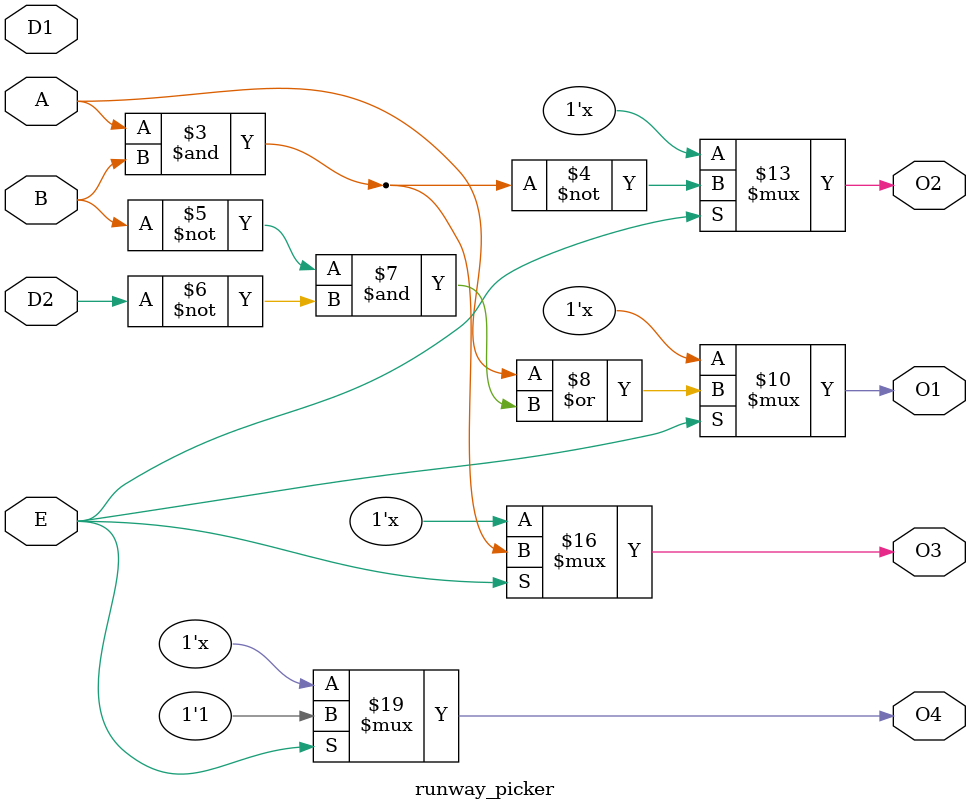
<source format=v>
module runway_picker(E,A,B,D1,D2,O4,O3,O2,O1);
	input E,A,B,D1,D2;
	output reg O4,O3,O2,O1;
	always @(E,A,B,D1,D2)
	begin
		if(E==1)
			begin
				O4=1;
				O3=A&B;
				O2=~O3;
				O1=A|(~B&~D2);
			end
	end

endmodule

</source>
